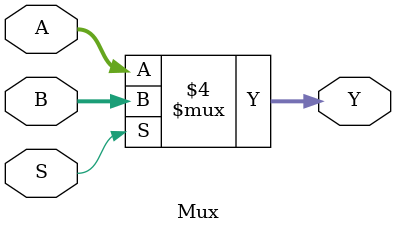
<source format=sv>
module Mux (
    input logic [7:0] A, // Entrada A
    input logic [7:0] B, // Entrada B
    input logic S, // Selector
    output logic [7:0] Y // Salida Y
);
    // Lógica del multiplexor
    always_comb begin
        if (S == 0) begin
            Y = A;
				$display("eligió mantenimiento");
				$display(Y);
        end else begin
            Y = B;
        end
    end
endmodule

</source>
